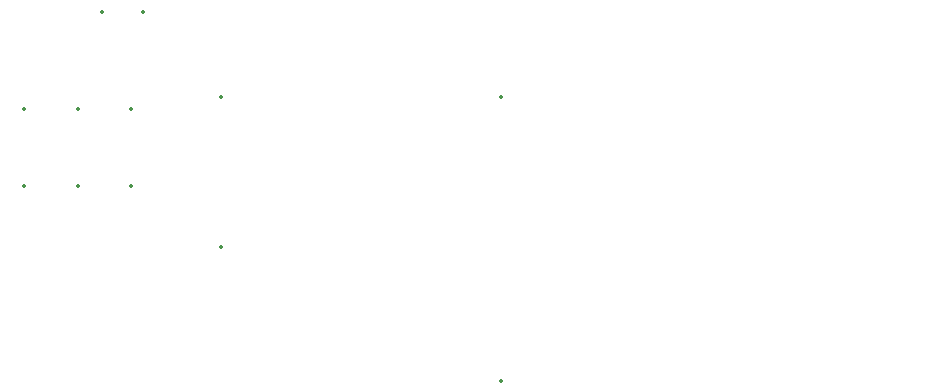
<source format=gbp>
%TF.GenerationSoftware,KiCad,Pcbnew,9.0.6-9.0.6~ubuntu24.04.1*%
%TF.CreationDate,2025-11-29T12:56:03-05:00*%
%TF.ProjectId,CardPCB,43617264-5043-4422-9e6b-696361645f70,rev?*%
%TF.SameCoordinates,Original*%
%TF.FileFunction,Paste,Bot*%
%TF.FilePolarity,Positive*%
%FSLAX46Y46*%
G04 Gerber Fmt 4.6, Leading zero omitted, Abs format (unit mm)*
G04 Created by KiCad (PCBNEW 9.0.6-9.0.6~ubuntu24.04.1) date 2025-11-29 12:56:03*
%MOMM*%
%LPD*%
G01*
G04 APERTURE LIST*
%ADD10C,0.350000*%
%ADD11C,0.100000*%
G04 APERTURE END LIST*
D10*
X117170000Y-70500000D03*
X112670000Y-70500000D03*
X108170000Y-70500000D03*
X108170000Y-77000000D03*
X112670000Y-77000000D03*
X117170000Y-77000000D03*
D11*
X183500000Y-72000000D03*
X183500000Y-92000000D03*
D10*
X114750000Y-62250000D03*
X118250000Y-62250000D03*
X148500000Y-93500000D03*
X148500000Y-69500000D03*
X124780000Y-69500000D03*
X124780000Y-82200000D03*
M02*

</source>
